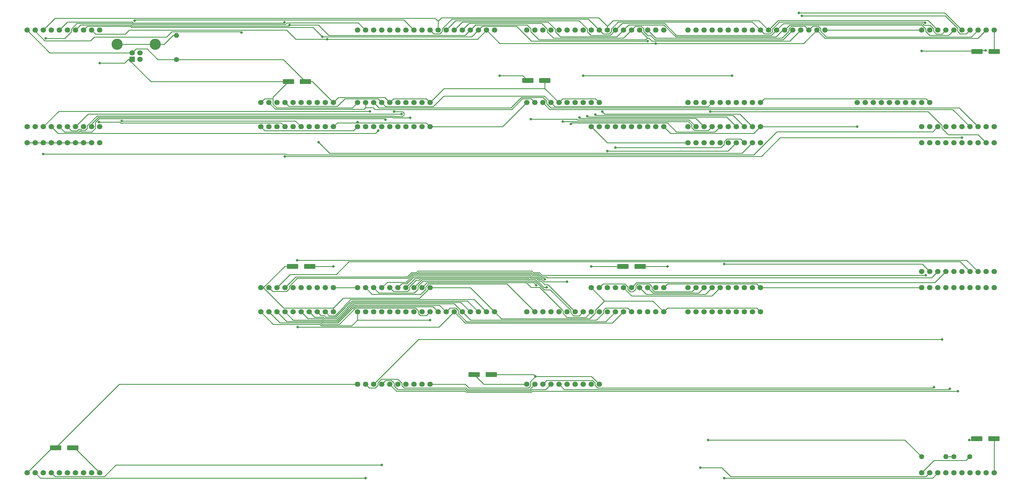
<source format=gbr>
%TF.GenerationSoftware,KiCad,Pcbnew,8.0.2*%
%TF.CreationDate,2024-12-23T20:56:35+01:00*%
%TF.ProjectId,bp-leanplate,62702d6c-6561-46e7-906c-6174652e6b69,rev?*%
%TF.SameCoordinates,Original*%
%TF.FileFunction,Copper,L1,Top*%
%TF.FilePolarity,Positive*%
%FSLAX46Y46*%
G04 Gerber Fmt 4.6, Leading zero omitted, Abs format (unit mm)*
G04 Created by KiCad (PCBNEW 8.0.2) date 2024-12-23 20:56:35*
%MOMM*%
%LPD*%
G01*
G04 APERTURE LIST*
G04 Aperture macros list*
%AMRoundRect*
0 Rectangle with rounded corners*
0 $1 Rounding radius*
0 $2 $3 $4 $5 $6 $7 $8 $9 X,Y pos of 4 corners*
0 Add a 4 corners polygon primitive as box body*
4,1,4,$2,$3,$4,$5,$6,$7,$8,$9,$2,$3,0*
0 Add four circle primitives for the rounded corners*
1,1,$1+$1,$2,$3*
1,1,$1+$1,$4,$5*
1,1,$1+$1,$6,$7*
1,1,$1+$1,$8,$9*
0 Add four rect primitives between the rounded corners*
20,1,$1+$1,$2,$3,$4,$5,0*
20,1,$1+$1,$4,$5,$6,$7,0*
20,1,$1+$1,$6,$7,$8,$9,0*
20,1,$1+$1,$8,$9,$2,$3,0*%
G04 Aperture macros list end*
%TA.AperFunction,ComponentPad*%
%ADD10C,1.700000*%
%TD*%
%TA.AperFunction,ComponentPad*%
%ADD11R,1.700000X1.700000*%
%TD*%
%TA.AperFunction,ComponentPad*%
%ADD12C,3.500000*%
%TD*%
%TA.AperFunction,SMDPad,CuDef*%
%ADD13RoundRect,0.250000X-1.500000X-0.550000X1.500000X-0.550000X1.500000X0.550000X-1.500000X0.550000X0*%
%TD*%
%TA.AperFunction,ComponentPad*%
%ADD14C,1.600000*%
%TD*%
%TA.AperFunction,ComponentPad*%
%ADD15O,1.600000X1.600000*%
%TD*%
%TA.AperFunction,ViaPad*%
%ADD16C,0.800000*%
%TD*%
%TA.AperFunction,Conductor*%
%ADD17C,0.250000*%
%TD*%
G04 APERTURE END LIST*
D10*
%TO.P,U3,*%
%TO.N,*%
X246380000Y-60960000D03*
X248920000Y-60960000D03*
X251460000Y-60960000D03*
X254000000Y-60960000D03*
%TO.P,U3,1,BUS0*%
%TO.N,BUS0*%
X274320000Y-38100000D03*
%TO.P,U3,2,BUS1*%
%TO.N,BUS1*%
X271780000Y-38100000D03*
%TO.P,U3,3,BUS2*%
%TO.N,BUS2*%
X269240000Y-38100000D03*
%TO.P,U3,4,BUS3*%
%TO.N,BUS3*%
X266700000Y-38100000D03*
%TO.P,U3,5,BUS4*%
%TO.N,BUS4*%
X264160000Y-38100000D03*
%TO.P,U3,6,BUS5*%
%TO.N,BUS5*%
X261620000Y-38100000D03*
%TO.P,U3,7,BUS6*%
%TO.N,BUS6*%
X259080000Y-38100000D03*
%TO.P,U3,8,BUS7*%
%TO.N,BUS7*%
X256540000Y-38100000D03*
%TO.P,U3,9,L0*%
%TO.N,unconnected-(U3-L0-Pad9)*%
X254000000Y-38100000D03*
%TO.P,U3,10,L1*%
%TO.N,unconnected-(U3-L1-Pad10)*%
X251460000Y-38100000D03*
%TO.P,U3,11,L2*%
%TO.N,unconnected-(U3-L2-Pad11)*%
X248920000Y-38100000D03*
%TO.P,U3,12,L3*%
%TO.N,unconnected-(U3-L3-Pad12)*%
X246380000Y-38100000D03*
%TO.P,U3,13,L4*%
%TO.N,unconnected-(U3-L4-Pad13)*%
X243840000Y-38100000D03*
%TO.P,U3,14,L5*%
%TO.N,unconnected-(U3-L5-Pad14)*%
X241300000Y-38100000D03*
%TO.P,U3,15,L6*%
%TO.N,unconnected-(U3-L6-Pad15)*%
X238760000Y-38100000D03*
%TO.P,U3,16,L7*%
%TO.N,unconnected-(U3-L7-Pad16)*%
X236220000Y-38100000D03*
%TO.P,U3,17,VCC*%
%TO.N,VCC*%
X233680000Y-60960000D03*
X276860000Y-38100000D03*
%TO.P,U3,18,CLK*%
%TO.N,CLK*%
X236220000Y-60960000D03*
%TO.P,U3,19,IN*%
%TO.N,TI*%
X238760000Y-60960000D03*
%TO.P,U3,20,~{CLR}*%
%TO.N,~{CLR}*%
X241300000Y-60960000D03*
%TO.P,U3,21,OUT*%
%TO.N,TO*%
X243840000Y-60960000D03*
%TO.P,U3,22,GND*%
%TO.N,GND*%
X233680000Y-38100000D03*
X256540000Y-60960000D03*
%TD*%
%TO.P,U8,*%
%TO.N,*%
X195580000Y-149860000D03*
X198120000Y-149860000D03*
X200660000Y-149860000D03*
X203200000Y-149860000D03*
%TO.P,U8,1,BUS0*%
%TO.N,BUS0*%
X223520000Y-127000000D03*
%TO.P,U8,2,BUS1*%
%TO.N,BUS1*%
X220980000Y-127000000D03*
%TO.P,U8,3,BUS2*%
%TO.N,BUS2*%
X218440000Y-127000000D03*
%TO.P,U8,4,BUS3*%
%TO.N,BUS3*%
X215900000Y-127000000D03*
%TO.P,U8,5,BUS4*%
%TO.N,BUS4*%
X213360000Y-127000000D03*
%TO.P,U8,6,BUS5*%
%TO.N,BUS5*%
X210820000Y-127000000D03*
%TO.P,U8,7,BUS6*%
%TO.N,BUS6*%
X208280000Y-127000000D03*
%TO.P,U8,8,BUS7*%
%TO.N,BUS7*%
X205740000Y-127000000D03*
%TO.P,U8,9,L0*%
%TO.N,B_D0*%
X203200000Y-127000000D03*
%TO.P,U8,10,L1*%
%TO.N,B_D1*%
X200660000Y-127000000D03*
%TO.P,U8,11,L2*%
%TO.N,B_D2*%
X198120000Y-127000000D03*
%TO.P,U8,12,L3*%
%TO.N,B_D3*%
X195580000Y-127000000D03*
%TO.P,U8,13,L4*%
%TO.N,B_D4*%
X193040000Y-127000000D03*
%TO.P,U8,14,L5*%
%TO.N,B_D5*%
X190500000Y-127000000D03*
%TO.P,U8,15,L6*%
%TO.N,B_D6*%
X187960000Y-127000000D03*
%TO.P,U8,16,L7*%
%TO.N,B_D7*%
X185420000Y-127000000D03*
%TO.P,U8,17,VCC*%
%TO.N,VCC*%
X182880000Y-149860000D03*
X226060000Y-127000000D03*
%TO.P,U8,18,CLK*%
%TO.N,CLK*%
X185420000Y-149860000D03*
%TO.P,U8,19,IN*%
%TO.N,BI*%
X187960000Y-149860000D03*
%TO.P,U8,20,~{CLR}*%
%TO.N,~{CLR}*%
X190500000Y-149860000D03*
%TO.P,U8,21,OUT*%
%TO.N,BO*%
X193040000Y-149860000D03*
%TO.P,U8,22,GND*%
%TO.N,GND*%
X182880000Y-127000000D03*
X205740000Y-149860000D03*
%TD*%
D11*
%TO.P,J1,1,VBUS*%
%TO.N,VCC*%
X58516000Y-47255000D03*
D10*
%TO.P,J1,2,D-*%
%TO.N,unconnected-(J1-D--Pad2)*%
X61016000Y-47255000D03*
%TO.P,J1,3,D+*%
%TO.N,unconnected-(J1-D+-Pad3)*%
X61016000Y-45255000D03*
%TO.P,J1,4,GND*%
%TO.N,GND*%
X58516000Y-45255000D03*
D12*
%TO.P,J1,5,Shield*%
%TO.N,Net-(J1-Shield)*%
X53746000Y-42545000D03*
X65786000Y-42545000D03*
%TD*%
D13*
%TO.P,C2,1*%
%TO.N,VCC*%
X107757000Y-54356000D03*
%TO.P,C2,2*%
%TO.N,GND*%
X113157000Y-54356000D03*
%TD*%
D10*
%TO.P,U11,*%
%TO.N,*%
X35560000Y-177800000D03*
X38100000Y-177800000D03*
X40640000Y-177800000D03*
X43180000Y-177800000D03*
X45720000Y-177800000D03*
%TO.P,U11,1,BUS0*%
%TO.N,BUS0*%
X119380000Y-127000000D03*
%TO.P,U11,2,BUS1*%
%TO.N,BUS1*%
X116840000Y-127000000D03*
%TO.P,U11,3,BUS2*%
%TO.N,BUS2*%
X114300000Y-127000000D03*
%TO.P,U11,4,BUS3*%
%TO.N,BUS3*%
X111760000Y-127000000D03*
%TO.P,U11,5,BUS4*%
%TO.N,BUS4*%
X109220000Y-127000000D03*
%TO.P,U11,6,BUS5*%
%TO.N,BUS5*%
X106680000Y-127000000D03*
%TO.P,U11,7,BUS6*%
%TO.N,BUS6*%
X104140000Y-127000000D03*
%TO.P,U11,8,BUS7*%
%TO.N,BUS7*%
X101600000Y-127000000D03*
%TO.P,U11,9,VCC*%
%TO.N,VCC*%
X25400000Y-177800000D03*
X121920000Y-127000000D03*
%TO.P,U11,10,CLK*%
%TO.N,CLK*%
X27940000Y-177800000D03*
%TO.P,U11,11,IN*%
%TO.N,OI*%
X30480000Y-177800000D03*
%TO.P,U11,12,~{CLR}*%
%TO.N,~{CLR}*%
X33020000Y-177800000D03*
%TO.P,U11,13,GND*%
%TO.N,GND*%
X48260000Y-177800000D03*
X99060000Y-127000000D03*
%TD*%
%TO.P,U6,*%
%TO.N,*%
X142240000Y-149860000D03*
X144780000Y-149860000D03*
X147320000Y-149860000D03*
X149860000Y-149860000D03*
%TO.P,U6,1,BUS0*%
%TO.N,BUS0*%
X170180000Y-127000000D03*
%TO.P,U6,2,BUS1*%
%TO.N,BUS1*%
X167640000Y-127000000D03*
%TO.P,U6,3,BUS2*%
%TO.N,BUS2*%
X165100000Y-127000000D03*
%TO.P,U6,4,BUS3*%
%TO.N,BUS3*%
X162560000Y-127000000D03*
%TO.P,U6,5,BUS4*%
%TO.N,BUS4*%
X160020000Y-127000000D03*
%TO.P,U6,6,BUS5*%
%TO.N,BUS5*%
X157480000Y-127000000D03*
%TO.P,U6,7,BUS6*%
%TO.N,BUS6*%
X154940000Y-127000000D03*
%TO.P,U6,8,BUS7*%
%TO.N,BUS7*%
X152400000Y-127000000D03*
%TO.P,U6,9,L0*%
%TO.N,A_D0*%
X149860000Y-127000000D03*
%TO.P,U6,10,L1*%
%TO.N,A_D1*%
X147320000Y-127000000D03*
%TO.P,U6,11,L2*%
%TO.N,A_D2*%
X144780000Y-127000000D03*
%TO.P,U6,12,L3*%
%TO.N,A_D3*%
X142240000Y-127000000D03*
%TO.P,U6,13,L4*%
%TO.N,A_D4*%
X139700000Y-127000000D03*
%TO.P,U6,14,L5*%
%TO.N,A_D5*%
X137160000Y-127000000D03*
%TO.P,U6,15,L6*%
%TO.N,A_D6*%
X134620000Y-127000000D03*
%TO.P,U6,16,L7*%
%TO.N,A_D7*%
X132080000Y-127000000D03*
%TO.P,U6,17,VCC*%
%TO.N,VCC*%
X129540000Y-149860000D03*
X172720000Y-127000000D03*
%TO.P,U6,18,CLK*%
%TO.N,CLK*%
X132080000Y-149860000D03*
%TO.P,U6,19,IN*%
%TO.N,AI*%
X134620000Y-149860000D03*
%TO.P,U6,20,~{CLR}*%
%TO.N,~{CLR}*%
X137160000Y-149860000D03*
%TO.P,U6,21,OUT*%
%TO.N,AO*%
X139700000Y-149860000D03*
%TO.P,U6,22,GND*%
%TO.N,GND*%
X129540000Y-127000000D03*
X152400000Y-149860000D03*
%TD*%
%TO.P,U5,*%
%TO.N,*%
X142240000Y-60960000D03*
X144780000Y-60960000D03*
X147320000Y-60960000D03*
X149860000Y-60960000D03*
%TO.P,U5,1,BUS0*%
%TO.N,BUS0*%
X170180000Y-38100000D03*
%TO.P,U5,2,BUS1*%
%TO.N,BUS1*%
X167640000Y-38100000D03*
%TO.P,U5,3,BUS2*%
%TO.N,BUS2*%
X165100000Y-38100000D03*
%TO.P,U5,4,BUS3*%
%TO.N,BUS3*%
X162560000Y-38100000D03*
%TO.P,U5,5,BUS4*%
%TO.N,BUS4*%
X160020000Y-38100000D03*
%TO.P,U5,6,BUS5*%
%TO.N,BUS5*%
X157480000Y-38100000D03*
%TO.P,U5,7,BUS6*%
%TO.N,BUS6*%
X154940000Y-38100000D03*
%TO.P,U5,8,BUS7*%
%TO.N,BUS7*%
X152400000Y-38100000D03*
%TO.P,U5,9,L0*%
%TO.N,MAR_A0*%
X149860000Y-38100000D03*
%TO.P,U5,10,L1*%
%TO.N,MAR_A1*%
X147320000Y-38100000D03*
%TO.P,U5,11,L2*%
%TO.N,MAR_A2*%
X144780000Y-38100000D03*
%TO.P,U5,12,L3*%
%TO.N,MAR_A3*%
X142240000Y-38100000D03*
%TO.P,U5,13,L4*%
%TO.N,MAR_A4*%
X139700000Y-38100000D03*
%TO.P,U5,14,L5*%
%TO.N,MAR_A5*%
X137160000Y-38100000D03*
%TO.P,U5,15,L6*%
%TO.N,MAR_A6*%
X134620000Y-38100000D03*
%TO.P,U5,16,L7*%
%TO.N,MAR_A7*%
X132080000Y-38100000D03*
%TO.P,U5,17,VCC*%
%TO.N,VCC*%
X129540000Y-60960000D03*
X172720000Y-38100000D03*
%TO.P,U5,18,CLK*%
%TO.N,CLK*%
X132080000Y-60960000D03*
%TO.P,U5,19,IN*%
%TO.N,MI*%
X134620000Y-60960000D03*
%TO.P,U5,20,~{CLR}*%
%TO.N,~{CLR}*%
X137160000Y-60960000D03*
%TO.P,U5,21,OUT*%
%TO.N,GND*%
X139700000Y-60960000D03*
%TO.P,U5,22,GND*%
X129540000Y-38100000D03*
X152400000Y-60960000D03*
%TD*%
%TO.P,U12,*%
%TO.N,*%
X289560000Y-60960000D03*
X292100000Y-60960000D03*
X294640000Y-60960000D03*
X297180000Y-60960000D03*
X299720000Y-60960000D03*
X302260000Y-60960000D03*
X304800000Y-60960000D03*
X307340000Y-60960000D03*
%TO.P,U12,1,BUS0*%
%TO.N,BUS0*%
X327660000Y-38100000D03*
%TO.P,U12,2,BUS1*%
%TO.N,BUS1*%
X325120000Y-38100000D03*
%TO.P,U12,3,BUS2*%
%TO.N,BUS2*%
X322580000Y-38100000D03*
%TO.P,U12,4,BUS3*%
%TO.N,BUS3*%
X320040000Y-38100000D03*
%TO.P,U12,5,BUS4*%
%TO.N,BUS4*%
X317500000Y-38100000D03*
%TO.P,U12,6,BUS5*%
%TO.N,BUS5*%
X314960000Y-38100000D03*
%TO.P,U12,7,BUS6*%
%TO.N,BUS6*%
X312420000Y-38100000D03*
%TO.P,U12,8,BUS7*%
%TO.N,BUS7*%
X309880000Y-38100000D03*
%TO.P,U12,9,VCC*%
%TO.N,VCC*%
X287020000Y-60960000D03*
X307340000Y-38100000D03*
%TO.P,U12,10,GND*%
%TO.N,GND*%
X309880000Y-60960000D03*
X330200000Y-38100000D03*
%TD*%
%TO.P,U2,*%
%TO.N,*%
X195580000Y-60960000D03*
X198120000Y-60960000D03*
X200660000Y-60960000D03*
X203200000Y-60960000D03*
%TO.P,U2,1,BUS0*%
%TO.N,BUS0*%
X223520000Y-38100000D03*
%TO.P,U2,2,BUS1*%
%TO.N,BUS1*%
X220980000Y-38100000D03*
%TO.P,U2,3,BUS2*%
%TO.N,BUS2*%
X218440000Y-38100000D03*
%TO.P,U2,4,BUS3*%
%TO.N,BUS3*%
X215900000Y-38100000D03*
%TO.P,U2,5,BUS4*%
%TO.N,BUS4*%
X213360000Y-38100000D03*
%TO.P,U2,6,BUS5*%
%TO.N,BUS5*%
X210820000Y-38100000D03*
%TO.P,U2,7,BUS6*%
%TO.N,BUS6*%
X208280000Y-38100000D03*
%TO.P,U2,8,BUS7*%
%TO.N,BUS7*%
X205740000Y-38100000D03*
%TO.P,U2,9,L0*%
%TO.N,IR_D0*%
X203200000Y-38100000D03*
%TO.P,U2,10,L1*%
%TO.N,IR_D1*%
X200660000Y-38100000D03*
%TO.P,U2,11,L2*%
%TO.N,IR_D2*%
X198120000Y-38100000D03*
%TO.P,U2,12,L3*%
%TO.N,IR_D3*%
X195580000Y-38100000D03*
%TO.P,U2,13,L4*%
%TO.N,IR_D4*%
X193040000Y-38100000D03*
%TO.P,U2,14,L5*%
%TO.N,IR_D5*%
X190500000Y-38100000D03*
%TO.P,U2,15,L6*%
%TO.N,IR_D6*%
X187960000Y-38100000D03*
%TO.P,U2,16,L7*%
%TO.N,IR_D7*%
X185420000Y-38100000D03*
%TO.P,U2,17,VCC*%
%TO.N,VCC*%
X182880000Y-60960000D03*
X226060000Y-38100000D03*
%TO.P,U2,18,CLK*%
%TO.N,CLK*%
X185420000Y-60960000D03*
%TO.P,U2,19,IN*%
%TO.N,II*%
X187960000Y-60960000D03*
%TO.P,U2,20,~{CLR}*%
%TO.N,~{CLR}*%
X190500000Y-60960000D03*
%TO.P,U2,21,OUT*%
%TO.N,GND*%
X193040000Y-60960000D03*
%TO.P,U2,22,GND*%
X182880000Y-38100000D03*
X205740000Y-60960000D03*
%TD*%
%TO.P,U4,*%
%TO.N,*%
X114300000Y-60960000D03*
X116840000Y-60960000D03*
X119380000Y-60960000D03*
%TO.P,U4,1,BUS0*%
%TO.N,BUS0*%
X45720000Y-38100000D03*
%TO.P,U4,2,BUS1*%
%TO.N,BUS1*%
X43180000Y-38100000D03*
%TO.P,U4,3,BUS2*%
%TO.N,BUS2*%
X40640000Y-38100000D03*
%TO.P,U4,4,BUS3*%
%TO.N,BUS3*%
X38100000Y-38100000D03*
%TO.P,U4,5,BUS4*%
%TO.N,BUS4*%
X35560000Y-38100000D03*
%TO.P,U4,6,BUS5*%
%TO.N,BUS5*%
X33020000Y-38100000D03*
%TO.P,U4,7,BUS6*%
%TO.N,BUS6*%
X30480000Y-38100000D03*
%TO.P,U4,8,BUS7*%
%TO.N,BUS7*%
X27940000Y-38100000D03*
%TO.P,U4,9,VCC*%
%TO.N,VCC*%
X48260000Y-38100000D03*
X99060000Y-60960000D03*
%TO.P,U4,10,CLK*%
%TO.N,CLK*%
X101600000Y-60960000D03*
%TO.P,U4,11,J*%
%TO.N,J*%
X104140000Y-60960000D03*
%TO.P,U4,12,~{CLR}*%
%TO.N,~{CLR}*%
X106680000Y-60960000D03*
%TO.P,U4,13,CO*%
%TO.N,CO*%
X109220000Y-60960000D03*
%TO.P,U4,14,CE*%
%TO.N,CE*%
X111760000Y-60960000D03*
%TO.P,U4,15,GND*%
%TO.N,GND*%
X25400000Y-38100000D03*
X121920000Y-60960000D03*
%TD*%
%TO.P,U9,*%
%TO.N,*%
X236220000Y-127000000D03*
X238760000Y-127000000D03*
X241300000Y-127000000D03*
X243840000Y-127000000D03*
X246380000Y-127000000D03*
X248920000Y-127000000D03*
X251460000Y-127000000D03*
X254000000Y-127000000D03*
X317500000Y-177800000D03*
X320040000Y-177800000D03*
X322580000Y-177800000D03*
X325120000Y-177800000D03*
X327660000Y-177800000D03*
%TO.P,U9,1,VCC*%
%TO.N,VCC*%
X256540000Y-127000000D03*
X307340000Y-177800000D03*
%TO.P,U9,2,CLK*%
%TO.N,CLK*%
X309880000Y-177800000D03*
%TO.P,U9,3,~{CLR}*%
%TO.N,~{CLR}*%
X312420000Y-177800000D03*
%TO.P,U9,4,HLT*%
%TO.N,HLTIN*%
X314960000Y-177800000D03*
%TO.P,U9,5,GND*%
%TO.N,GND*%
X233680000Y-127000000D03*
X330200000Y-177800000D03*
%TD*%
D14*
%TO.P,R1,1*%
%TO.N,HLT*%
X307340000Y-172720000D03*
D15*
%TO.P,R1,2*%
%TO.N,HLTIN*%
X314960000Y-172720000D03*
%TD*%
D10*
%TO.P,U1,*%
%TO.N,*%
X109220000Y-119380000D03*
X111760000Y-119380000D03*
X114300000Y-119380000D03*
X116840000Y-119380000D03*
X119380000Y-119380000D03*
%TO.P,U1,1,BUS0*%
%TO.N,BUS0*%
X119380000Y-68580000D03*
%TO.P,U1,2,BUS1*%
%TO.N,BUS1*%
X116840000Y-68580000D03*
%TO.P,U1,3,BUS2*%
%TO.N,BUS2*%
X114300000Y-68580000D03*
%TO.P,U1,4,BUS3*%
%TO.N,BUS3*%
X111760000Y-68580000D03*
%TO.P,U1,5,BUS4*%
%TO.N,BUS4*%
X109220000Y-68580000D03*
%TO.P,U1,6,BUS5*%
%TO.N,BUS5*%
X106680000Y-68580000D03*
%TO.P,U1,7,BUS6*%
%TO.N,BUS6*%
X104140000Y-68580000D03*
%TO.P,U1,8,BUS7*%
%TO.N,BUS7*%
X101600000Y-68580000D03*
%TO.P,U1,9,L0*%
%TO.N,MAR_A0*%
X45720000Y-68580000D03*
%TO.P,U1,10,L1*%
%TO.N,MAR_A1*%
X43180000Y-68580000D03*
%TO.P,U1,11,L2*%
%TO.N,MAR_A2*%
X40640000Y-68580000D03*
%TO.P,U1,12,L3*%
%TO.N,MAR_A3*%
X38100000Y-68580000D03*
%TO.P,U1,13,L4*%
%TO.N,MAR_A4*%
X35560000Y-68580000D03*
%TO.P,U1,14,L5*%
%TO.N,MAR_A5*%
X33020000Y-68580000D03*
%TO.P,U1,15,L6*%
%TO.N,MAR_A6*%
X30480000Y-68580000D03*
%TO.P,U1,16,L7*%
%TO.N,MAR_A7*%
X27940000Y-68580000D03*
%TO.P,U1,17,L8*%
%TO.N,GND*%
X45720000Y-73660000D03*
%TO.P,U1,18,L9*%
X43180000Y-73660000D03*
%TO.P,U1,19,L10*%
X40640000Y-73660000D03*
%TO.P,U1,20,L11*%
X38100000Y-73660000D03*
%TO.P,U1,21,L12*%
X35560000Y-73660000D03*
%TO.P,U1,22,L13*%
X33020000Y-73660000D03*
%TO.P,U1,23,L14*%
X30480000Y-73660000D03*
%TO.P,U1,24,L15*%
X27940000Y-73660000D03*
%TO.P,U1,25,VCC*%
%TO.N,VCC*%
X48260000Y-68580000D03*
X48260000Y-73660000D03*
X99060000Y-119380000D03*
X121920000Y-68580000D03*
%TO.P,U1,26,RO*%
%TO.N,RO*%
X101600000Y-119380000D03*
%TO.P,U1,27,RRO*%
%TO.N,RRO*%
X104140000Y-119380000D03*
%TO.P,U1,28,RI*%
%TO.N,RI*%
X106680000Y-119380000D03*
%TO.P,U1,29,GND*%
%TO.N,GND*%
X25400000Y-68580000D03*
X25400000Y-73660000D03*
X99060000Y-68580000D03*
X121920000Y-119380000D03*
%TD*%
D13*
%TO.P,C4,1*%
%TO.N,VCC*%
X183195000Y-53975000D03*
%TO.P,C4,2*%
%TO.N,GND*%
X188595000Y-53975000D03*
%TD*%
%TO.P,C8,1*%
%TO.N,VCC*%
X324833000Y-44831000D03*
%TO.P,C8,2*%
%TO.N,GND*%
X330233000Y-44831000D03*
%TD*%
D14*
%TO.P,R2,1*%
%TO.N,GND*%
X72517000Y-47371000D03*
D15*
%TO.P,R2,2*%
%TO.N,Net-(J1-Shield)*%
X72517000Y-39751000D03*
%TD*%
D13*
%TO.P,C3,1*%
%TO.N,VCC*%
X213200000Y-112649000D03*
%TO.P,C3,2*%
%TO.N,GND*%
X218600000Y-112649000D03*
%TD*%
%TO.P,C5,1*%
%TO.N,VCC*%
X324706000Y-167005000D03*
%TO.P,C5,2*%
%TO.N,GND*%
X330106000Y-167005000D03*
%TD*%
%TO.P,C7,1*%
%TO.N,VCC*%
X34384000Y-169926000D03*
%TO.P,C7,2*%
%TO.N,GND*%
X39784000Y-169926000D03*
%TD*%
%TO.P,C6,1*%
%TO.N,VCC*%
X166304000Y-146812000D03*
%TO.P,C6,2*%
%TO.N,GND*%
X171704000Y-146812000D03*
%TD*%
D10*
%TO.P,U7,*%
%TO.N,*%
X223520000Y-119380000D03*
%TO.P,U7,1,BUS0*%
%TO.N,BUS0*%
X223520000Y-68580000D03*
%TO.P,U7,2,BUS1*%
%TO.N,BUS1*%
X220980000Y-68580000D03*
%TO.P,U7,3,BUS2*%
%TO.N,BUS2*%
X218440000Y-68580000D03*
%TO.P,U7,4,BUS3*%
%TO.N,BUS3*%
X215900000Y-68580000D03*
%TO.P,U7,5,BUS4*%
%TO.N,BUS4*%
X213360000Y-68580000D03*
%TO.P,U7,6,BUS5*%
%TO.N,BUS5*%
X210820000Y-68580000D03*
%TO.P,U7,7,BUS6*%
%TO.N,BUS6*%
X208280000Y-68580000D03*
%TO.P,U7,8,BUS7*%
%TO.N,BUS7*%
X205740000Y-68580000D03*
%TO.P,U7,9,A0*%
%TO.N,A_D0*%
X149860000Y-68580000D03*
%TO.P,U7,10,A1*%
%TO.N,A_D1*%
X147320000Y-68580000D03*
%TO.P,U7,11,A2*%
%TO.N,A_D2*%
X144780000Y-68580000D03*
%TO.P,U7,12,A3*%
%TO.N,A_D3*%
X142240000Y-68580000D03*
%TO.P,U7,13,A4*%
%TO.N,A_D4*%
X139700000Y-68580000D03*
%TO.P,U7,14,A5*%
%TO.N,A_D5*%
X137160000Y-68580000D03*
%TO.P,U7,15,A6*%
%TO.N,A_D6*%
X134620000Y-68580000D03*
%TO.P,U7,16,A7*%
%TO.N,A_D7*%
X132080000Y-68580000D03*
%TO.P,U7,17,B0*%
%TO.N,B_D0*%
X149860000Y-119380000D03*
%TO.P,U7,18,B1*%
%TO.N,B_D1*%
X147320000Y-119380000D03*
%TO.P,U7,19,B2*%
%TO.N,B_D2*%
X144780000Y-119380000D03*
%TO.P,U7,20,B3*%
%TO.N,B_D3*%
X142240000Y-119380000D03*
%TO.P,U7,21,B4*%
%TO.N,B_D4*%
X139700000Y-119380000D03*
%TO.P,U7,22,B5*%
%TO.N,B_D5*%
X137160000Y-119380000D03*
%TO.P,U7,23,B6*%
%TO.N,B_D6*%
X134620000Y-119380000D03*
%TO.P,U7,24,B7*%
%TO.N,B_D7*%
X132080000Y-119380000D03*
%TO.P,U7,25,VCC*%
%TO.N,VCC*%
X152400000Y-68580000D03*
X152400000Y-119380000D03*
X203200000Y-119380000D03*
X226060000Y-68580000D03*
%TO.P,U7,26,CLK*%
%TO.N,CLK*%
X205740000Y-119380000D03*
%TO.P,U7,27,SU*%
%TO.N,PCL2*%
X208280000Y-119380000D03*
%TO.P,U7,28,FI*%
%TO.N,FI*%
X210820000Y-119380000D03*
%TO.P,U7,29,CLR*%
%TO.N,~{CLR}*%
X213360000Y-119380000D03*
%TO.P,U7,30,EO*%
%TO.N,EO*%
X215900000Y-119380000D03*
%TO.P,U7,31,CF*%
%TO.N,CF*%
X218440000Y-119380000D03*
%TO.P,U7,32,ZF*%
%TO.N,ZF*%
X220980000Y-119380000D03*
%TO.P,U7,33,GND*%
%TO.N,GND*%
X129540000Y-68580000D03*
X129540000Y-119380000D03*
X203200000Y-68580000D03*
X226060000Y-119380000D03*
%TD*%
D13*
%TO.P,C9,1*%
%TO.N,VCC*%
X109060000Y-112649000D03*
%TO.P,C9,2*%
%TO.N,GND*%
X114460000Y-112649000D03*
%TD*%
D14*
%TO.P,C1,1*%
%TO.N,HLTIN*%
X317540000Y-172720000D03*
%TO.P,C1,2*%
%TO.N,VCC*%
X322540000Y-172720000D03*
%TD*%
D10*
%TO.P,U10,*%
%TO.N,*%
X246380000Y-119380000D03*
X248920000Y-119380000D03*
X251460000Y-119380000D03*
X254000000Y-119380000D03*
%TO.P,U10,1,I0*%
%TO.N,IR_D0*%
X254000000Y-68580000D03*
%TO.P,U10,2,I1*%
%TO.N,IR_D1*%
X251460000Y-68580000D03*
%TO.P,U10,3,I2*%
%TO.N,IR_D2*%
X248920000Y-68580000D03*
%TO.P,U10,4,I3*%
%TO.N,IR_D3*%
X246380000Y-68580000D03*
%TO.P,U10,5,I4*%
%TO.N,IR_D4*%
X243840000Y-68580000D03*
%TO.P,U10,6,I5*%
%TO.N,IR_D5*%
X241300000Y-68580000D03*
%TO.P,U10,7,I6*%
%TO.N,IR_D6*%
X238760000Y-68580000D03*
%TO.P,U10,8,I7*%
%TO.N,IR_D7*%
X236220000Y-68580000D03*
%TO.P,U10,9,OCRA0*%
%TO.N,unconnected-(U10-OCRA0-Pad9)*%
X327660000Y-68580000D03*
%TO.P,U10,10,OCRA1*%
%TO.N,MI*%
X325120000Y-68580000D03*
%TO.P,U10,11,OCRA2*%
%TO.N,II*%
X322580000Y-68580000D03*
%TO.P,U10,12,OCRA3*%
%TO.N,J*%
X320040000Y-68580000D03*
%TO.P,U10,13,OCRA4*%
%TO.N,AI*%
X317500000Y-68580000D03*
%TO.P,U10,14,OCRA5*%
%TO.N,BI*%
X314960000Y-68580000D03*
%TO.P,U10,15,OCRA6*%
%TO.N,OI*%
X312420000Y-68580000D03*
%TO.P,U10,16,OCRA7*%
%TO.N,RI*%
X309880000Y-68580000D03*
%TO.P,U10,17,OCRA8*%
%TO.N,TI*%
X327660000Y-73660000D03*
%TO.P,U10,18,OCRA9*%
%TO.N,OCA9*%
X325120000Y-73660000D03*
%TO.P,U10,19,OCRA10*%
%TO.N,OCA10*%
X322580000Y-73660000D03*
%TO.P,U10,20,OCRA11*%
%TO.N,OCA11*%
X320040000Y-73660000D03*
%TO.P,U10,21,OCRA12*%
%TO.N,OCA12*%
X317500000Y-73660000D03*
%TO.P,U10,22,OCRA13*%
%TO.N,OCA13*%
X314960000Y-73660000D03*
%TO.P,U10,23,OCRA14*%
%TO.N,OCA14*%
X312420000Y-73660000D03*
%TO.P,U10,24,OCRA15*%
%TO.N,OCA15*%
X309880000Y-73660000D03*
%TO.P,U10,25,OCRB0*%
%TO.N,unconnected-(U10-OCRB0-Pad25)*%
X327660000Y-114300000D03*
%TO.P,U10,26,OCRB1*%
%TO.N,CO*%
X325120000Y-114300000D03*
%TO.P,U10,27,OCRB2*%
%TO.N,RRO*%
X322580000Y-114300000D03*
%TO.P,U10,28,OCRB3*%
%TO.N,AO*%
X320040000Y-114300000D03*
%TO.P,U10,29,OCRB4*%
%TO.N,BO*%
X317500000Y-114300000D03*
%TO.P,U10,30,OCRB5*%
%TO.N,EO*%
X314960000Y-114300000D03*
%TO.P,U10,31,OCRB6*%
%TO.N,RO*%
X312420000Y-114300000D03*
%TO.P,U10,32,OCRB7*%
%TO.N,TO*%
X309880000Y-114300000D03*
%TO.P,U10,33,OCRB8*%
%TO.N,OCB8*%
X327660000Y-119380000D03*
%TO.P,U10,34,OCRB9*%
%TO.N,OCB9*%
X325120000Y-119380000D03*
%TO.P,U10,35,OCRB10*%
%TO.N,OCB10*%
X322580000Y-119380000D03*
%TO.P,U10,36,OCRB11*%
%TO.N,OCB11*%
X320040000Y-119380000D03*
%TO.P,U10,37,OCRB12*%
%TO.N,OCB12*%
X317500000Y-119380000D03*
%TO.P,U10,38,OCRB13*%
%TO.N,OCB13*%
X314960000Y-119380000D03*
%TO.P,U10,39,OCRB14*%
%TO.N,OCB14*%
X312420000Y-119380000D03*
%TO.P,U10,40,OCRB15*%
%TO.N,OCB15*%
X309880000Y-119380000D03*
%TO.P,U10,41,PCL0*%
%TO.N,CE*%
X254000000Y-73660000D03*
%TO.P,U10,42,PCL1*%
%TO.N,FI*%
X251460000Y-73660000D03*
%TO.P,U10,43,PCL2*%
%TO.N,PCL2*%
X248920000Y-73660000D03*
%TO.P,U10,44,PCL3*%
%TO.N,PCL3*%
X246380000Y-73660000D03*
%TO.P,U10,45,PCL4*%
%TO.N,PCL4*%
X243840000Y-73660000D03*
%TO.P,U10,46,PCL5*%
%TO.N,PCL5*%
X241300000Y-73660000D03*
%TO.P,U10,47,PCL6*%
%TO.N,HLT*%
X238760000Y-73660000D03*
%TO.P,U10,48,PCL7*%
%TO.N,unconnected-(U10-PCL7-Pad48)*%
X236220000Y-73660000D03*
%TO.P,U10,49,VCC*%
%TO.N,VCC*%
X233680000Y-119380000D03*
X256540000Y-68580000D03*
X256540000Y-73660000D03*
X330200000Y-68580000D03*
X330200000Y-73660000D03*
X330200000Y-114300000D03*
X330200000Y-119380000D03*
%TO.P,U10,50,CLK*%
%TO.N,CLK*%
X236220000Y-119380000D03*
%TO.P,U10,51,ZF*%
%TO.N,ZF*%
X238760000Y-119380000D03*
%TO.P,U10,52,CF*%
%TO.N,CF*%
X241300000Y-119380000D03*
%TO.P,U10,53,~{CLR}*%
%TO.N,~{CLR}*%
X243840000Y-119380000D03*
%TO.P,U10,54,GND*%
%TO.N,GND*%
X233680000Y-68580000D03*
X233680000Y-73660000D03*
X256540000Y-119380000D03*
X307340000Y-68580000D03*
X307340000Y-73660000D03*
X307340000Y-114300000D03*
X307340000Y-119380000D03*
%TD*%
D16*
%TO.N,FI*%
X210820000Y-75175700D03*
%TO.N,OI*%
X30480000Y-77175100D03*
%TO.N,TO*%
X245110000Y-111914500D03*
%TO.N,TI*%
X240719800Y-63839500D03*
%TO.N,HLT*%
X240030000Y-167424500D03*
%TO.N,PCL2*%
X208280000Y-76229500D03*
%TO.N,IR_D7*%
X184150000Y-66161000D03*
%TO.N,IR_D6*%
X199475900Y-65676900D03*
%TO.N,IR_D5*%
X194216700Y-66941200D03*
%TO.N,IR_D4*%
X196756700Y-67675300D03*
%TO.N,IR_D3*%
X247570500Y-52439500D03*
X200713900Y-52439500D03*
%TO.N,IR_D2*%
X201951900Y-65208100D03*
%TO.N,IR_D1*%
X204520800Y-64772300D03*
%TO.N,IR_D0*%
X206675300Y-63843700D03*
%TO.N,RI*%
X308646600Y-115490600D03*
%TO.N,BO*%
X316230000Y-151248700D03*
%TO.N,BI*%
X311209900Y-150759000D03*
%TO.N,B_D6*%
X185858500Y-118545700D03*
%TO.N,B_D5*%
X188567100Y-116700900D03*
%TO.N,B_D4*%
X189138200Y-119262600D03*
%TO.N,B_D3*%
X195580000Y-117466500D03*
%TO.N,AO*%
X318770000Y-151993000D03*
%TO.N,AI*%
X313777800Y-135704500D03*
%TO.N,MAR_A7*%
X31274900Y-40680300D03*
%TO.N,MAR_A6*%
X133417600Y-63687400D03*
%TO.N,MAR_A5*%
X136100600Y-69793700D03*
%TO.N,MAR_A4*%
X138401300Y-66307800D03*
%TO.N,MAR_A3*%
X141055400Y-63816900D03*
%TO.N,MAR_A2*%
X143475600Y-64543600D03*
%TO.N,MAR_A1*%
X59253700Y-35069900D03*
%TO.N,MAR_A0*%
X146122500Y-65741400D03*
%TO.N,GND*%
X121920000Y-112649000D03*
X227236700Y-112649000D03*
X185637300Y-147404500D03*
X152400000Y-129577100D03*
%TO.N,CE*%
X117269300Y-73484700D03*
%TO.N,CO*%
X110490000Y-110706300D03*
%TO.N,~{CLR}*%
X245109900Y-179435600D03*
X137160000Y-175354500D03*
%TO.N,J*%
X320040000Y-72027500D03*
X106615700Y-77916900D03*
%TO.N,CLK*%
X132080000Y-179432000D03*
X237583300Y-176164400D03*
%TO.N,VCC*%
X322342400Y-167424500D03*
X129540000Y-67102800D03*
X48260000Y-48474500D03*
X327533100Y-44509500D03*
X203200000Y-112649000D03*
X307340000Y-44670200D03*
X174359500Y-52439500D03*
X287020000Y-68580000D03*
%TO.N,BUS7*%
X92961900Y-38807300D03*
X308491000Y-35773400D03*
%TO.N,BUS5*%
X48031400Y-67124600D03*
%TO.N,BUS4*%
X110650600Y-131835600D03*
X106517400Y-35593600D03*
%TO.N,BUS3*%
X55224900Y-66751100D03*
X268634500Y-32670500D03*
%TO.N,BUS2*%
X108142400Y-36477600D03*
X269571200Y-33587400D03*
%TO.N,BUS1*%
X118458500Y-40192100D03*
X220980000Y-41553600D03*
%TO.N,BUS0*%
X119973200Y-40918800D03*
X223520000Y-42273000D03*
%TD*%
D17*
%TO.N,FI*%
X244077800Y-75175700D02*
X210820000Y-75175700D01*
X245110000Y-74143500D02*
X244077800Y-75175700D01*
X245110000Y-73254200D02*
X245110000Y-74143500D01*
X245894800Y-72469400D02*
X245110000Y-73254200D01*
X250269400Y-72469400D02*
X245894800Y-72469400D01*
X251460000Y-73660000D02*
X250269400Y-72469400D01*
%TO.N,HLTIN*%
X317540000Y-172720000D02*
X314960000Y-172720000D01*
%TO.N,OI*%
X106901600Y-77175100D02*
X30480000Y-77175100D01*
X107191700Y-77465200D02*
X106901600Y-77175100D01*
X254399000Y-77465200D02*
X107191700Y-77465200D01*
X261739100Y-70125100D02*
X254399000Y-77465200D01*
X310874900Y-70125100D02*
X261739100Y-70125100D01*
X312420000Y-68580000D02*
X310874900Y-70125100D01*
%TO.N,TO*%
X307494500Y-111914500D02*
X309880000Y-114300000D01*
X245110000Y-111914500D02*
X307494500Y-111914500D01*
%TO.N,TI*%
X309403000Y-63839500D02*
X240719800Y-63839500D01*
X313690000Y-68126500D02*
X309403000Y-63839500D01*
X313690000Y-69042600D02*
X313690000Y-68126500D01*
X315767400Y-71120000D02*
X313690000Y-69042600D01*
X325120000Y-71120000D02*
X315767400Y-71120000D01*
X327660000Y-73660000D02*
X325120000Y-71120000D01*
%TO.N,HLT*%
X302044500Y-167424500D02*
X240030000Y-167424500D01*
X307340000Y-172720000D02*
X302044500Y-167424500D01*
%TO.N,ZF*%
X237087200Y-121052800D02*
X238760000Y-119380000D01*
X222652800Y-121052800D02*
X237087200Y-121052800D01*
X220980000Y-119380000D02*
X222652800Y-121052800D01*
%TO.N,CF*%
X239175500Y-121504500D02*
X241300000Y-119380000D01*
X220564500Y-121504500D02*
X239175500Y-121504500D01*
X218440000Y-119380000D02*
X220564500Y-121504500D01*
%TO.N,EO*%
X311509600Y-117750400D02*
X314960000Y-114300000D01*
X217529600Y-117750400D02*
X311509600Y-117750400D01*
X215900000Y-119380000D02*
X217529600Y-117750400D01*
%TO.N,Net-(J1-Shield)*%
X65786000Y-42545000D02*
X53746000Y-42545000D01*
X68596300Y-42545000D02*
X71390300Y-39751000D01*
X65786000Y-42545000D02*
X68596300Y-42545000D01*
X72517000Y-39751000D02*
X71390300Y-39751000D01*
%TO.N,PCL2*%
X246350500Y-76229500D02*
X248920000Y-73660000D01*
X208280000Y-76229500D02*
X246350500Y-76229500D01*
%TO.N,IR_D7*%
X234050900Y-66410900D02*
X236220000Y-68580000D01*
X198781200Y-66410900D02*
X234050900Y-66410900D01*
X198531300Y-66161000D02*
X198781200Y-66410900D01*
X184150000Y-66161000D02*
X198531300Y-66161000D01*
%TO.N,IR_D6*%
X236139200Y-65959200D02*
X238760000Y-68580000D01*
X199758200Y-65959200D02*
X236139200Y-65959200D01*
X199475900Y-65676900D02*
X199758200Y-65959200D01*
%TO.N,IR_D5*%
X233814600Y-66941200D02*
X194216700Y-66941200D01*
X234856700Y-67983300D02*
X233814600Y-66941200D01*
X234856700Y-68892500D02*
X234856700Y-67983300D01*
X235734800Y-69770600D02*
X234856700Y-68892500D01*
X240109400Y-69770600D02*
X235734800Y-69770600D01*
X241300000Y-68580000D02*
X240109400Y-69770600D01*
%TO.N,IR_D4*%
X197039100Y-67392900D02*
X196756700Y-67675300D01*
X227239500Y-67392900D02*
X197039100Y-67392900D01*
X230068900Y-70222300D02*
X227239500Y-67392900D01*
X242197700Y-70222300D02*
X230068900Y-70222300D01*
X243840000Y-68580000D02*
X242197700Y-70222300D01*
%TO.N,IR_D3*%
X200713900Y-52439500D02*
X247570500Y-52439500D01*
%TO.N,IR_D2*%
X202251300Y-65507500D02*
X201951900Y-65208100D01*
X245847500Y-65507500D02*
X202251300Y-65507500D01*
X248920000Y-68580000D02*
X245847500Y-65507500D01*
%TO.N,IR_D1*%
X204774900Y-65026400D02*
X204520800Y-64772300D01*
X247906400Y-65026400D02*
X204774900Y-65026400D01*
X251460000Y-68580000D02*
X247906400Y-65026400D01*
%TO.N,IR_D0*%
X207406300Y-64574700D02*
X206675300Y-63843700D01*
X249994700Y-64574700D02*
X207406300Y-64574700D01*
X254000000Y-68580000D02*
X249994700Y-64574700D01*
%TO.N,RI*%
X110117700Y-115942300D02*
X106680000Y-119380000D01*
X145231800Y-115942300D02*
X110117700Y-115942300D01*
X146586900Y-114587200D02*
X145231800Y-115942300D01*
X148088000Y-114587200D02*
X146586900Y-114587200D01*
X148539700Y-114135500D02*
X148088000Y-114587200D01*
X184469100Y-114135500D02*
X148539700Y-114135500D01*
X184920800Y-114587200D02*
X184469100Y-114135500D01*
X186822500Y-114587200D02*
X184920800Y-114587200D01*
X187725900Y-115490600D02*
X186822500Y-114587200D01*
X308646600Y-115490600D02*
X187725900Y-115490600D01*
%TO.N,RRO*%
X319438000Y-111158000D02*
X322580000Y-114300000D01*
X126886200Y-111158000D02*
X319438000Y-111158000D01*
X122865300Y-115178900D02*
X126886200Y-111158000D01*
X108341100Y-115178900D02*
X122865300Y-115178900D01*
X104140000Y-119380000D02*
X108341100Y-115178900D01*
%TO.N,RO*%
X102777300Y-120557300D02*
X101600000Y-119380000D01*
X107195600Y-120557300D02*
X102777300Y-120557300D01*
X108043300Y-119709600D02*
X107195600Y-120557300D01*
X108043300Y-118891000D02*
X108043300Y-119709600D01*
X110540300Y-116394000D02*
X108043300Y-118891000D01*
X145463800Y-116394000D02*
X110540300Y-116394000D01*
X146818900Y-115038900D02*
X145463800Y-116394000D01*
X148275100Y-115038900D02*
X146818900Y-115038900D01*
X148726800Y-114587200D02*
X148275100Y-115038900D01*
X184282000Y-114587200D02*
X148726800Y-114587200D01*
X184733700Y-115038900D02*
X184282000Y-114587200D01*
X186530800Y-115038900D02*
X184733700Y-115038900D01*
X187052300Y-115560400D02*
X186530800Y-115038900D01*
X187156900Y-115560400D02*
X187052300Y-115560400D01*
X187538800Y-115942300D02*
X187156900Y-115560400D01*
X189062200Y-115942300D02*
X187538800Y-115942300D01*
X189349300Y-116229400D02*
X189062200Y-115942300D01*
X310490600Y-116229400D02*
X189349300Y-116229400D01*
X312420000Y-114300000D02*
X310490600Y-116229400D01*
%TO.N,BO*%
X315975900Y-151502800D02*
X316230000Y-151248700D01*
X194682800Y-151502800D02*
X315975900Y-151502800D01*
X193040000Y-149860000D02*
X194682800Y-151502800D01*
%TO.N,BI*%
X310917800Y-151051100D02*
X311209900Y-150759000D01*
X205254900Y-151051100D02*
X310917800Y-151051100D01*
X204376700Y-150172900D02*
X205254900Y-151051100D01*
X204376700Y-149368900D02*
X204376700Y-150172900D01*
X203668800Y-148661000D02*
X204376700Y-149368900D01*
X189159000Y-148661000D02*
X203668800Y-148661000D01*
X187960000Y-149860000D02*
X189159000Y-148661000D01*
%TO.N,B_D7*%
X176620800Y-118200800D02*
X185420000Y-127000000D01*
X151912600Y-118200800D02*
X176620800Y-118200800D01*
X151036700Y-119076700D02*
X151912600Y-118200800D01*
X151036700Y-119872300D02*
X151036700Y-119076700D01*
X149448900Y-121460100D02*
X151036700Y-119872300D01*
X134160100Y-121460100D02*
X149448900Y-121460100D01*
X132080000Y-119380000D02*
X134160100Y-121460100D01*
%TO.N,B_D6*%
X185061900Y-117749100D02*
X185858500Y-118545700D01*
X183384400Y-117749100D02*
X185061900Y-117749100D01*
X182932700Y-117297400D02*
X183384400Y-117749100D01*
X150160000Y-117297400D02*
X182932700Y-117297400D01*
X148590100Y-118867300D02*
X150160000Y-117297400D01*
X148590100Y-119817600D02*
X148590100Y-118867300D01*
X147399300Y-121008400D02*
X148590100Y-119817600D01*
X136248400Y-121008400D02*
X147399300Y-121008400D01*
X134620000Y-119380000D02*
X136248400Y-121008400D01*
%TO.N,B_D5*%
X138919300Y-117620700D02*
X137160000Y-119380000D01*
X144875900Y-117620700D02*
X138919300Y-117620700D01*
X147006000Y-115490600D02*
X144875900Y-117620700D01*
X148462200Y-115490600D02*
X147006000Y-115490600D01*
X148913900Y-115038900D02*
X148462200Y-115490600D01*
X184094900Y-115038900D02*
X148913900Y-115038900D01*
X184546600Y-115490600D02*
X184094900Y-115038900D01*
X186343700Y-115490600D02*
X184546600Y-115490600D01*
X186865200Y-116012100D02*
X186343700Y-115490600D01*
X186969800Y-116012100D02*
X186865200Y-116012100D01*
X187351700Y-116394000D02*
X186969800Y-116012100D01*
X188260200Y-116394000D02*
X187351700Y-116394000D01*
X188567100Y-116700900D02*
X188260200Y-116394000D01*
%TO.N,B_D4*%
X188303900Y-119262600D02*
X189138200Y-119262600D01*
X186408500Y-117367200D02*
X188303900Y-119262600D01*
X186077300Y-117367200D02*
X186408500Y-117367200D01*
X185555800Y-116845700D02*
X186077300Y-117367200D01*
X183758700Y-116845700D02*
X185555800Y-116845700D01*
X183307000Y-116394000D02*
X183758700Y-116845700D01*
X149572300Y-116394000D02*
X183307000Y-116394000D01*
X148974200Y-116992100D02*
X149572300Y-116394000D01*
X147979000Y-116992100D02*
X148974200Y-116992100D01*
X145956700Y-119014400D02*
X147979000Y-116992100D01*
X145956700Y-119867500D02*
X145956700Y-119014400D01*
X145267500Y-120556700D02*
X145956700Y-119867500D01*
X140876700Y-120556700D02*
X145267500Y-120556700D01*
X139700000Y-119380000D02*
X140876700Y-120556700D01*
%TO.N,B_D3*%
X143547600Y-118072400D02*
X142240000Y-119380000D01*
X145063000Y-118072400D02*
X143547600Y-118072400D01*
X147193100Y-115942300D02*
X145063000Y-118072400D01*
X148649300Y-115942300D02*
X147193100Y-115942300D01*
X149101000Y-115490600D02*
X148649300Y-115942300D01*
X183907800Y-115490600D02*
X149101000Y-115490600D01*
X184359500Y-115942300D02*
X183907800Y-115490600D01*
X186156600Y-115942300D02*
X184359500Y-115942300D01*
X186678100Y-116463800D02*
X186156600Y-115942300D01*
X186782700Y-116463800D02*
X186678100Y-116463800D01*
X187164600Y-116845700D02*
X186782700Y-116463800D01*
X187684200Y-116845700D02*
X187164600Y-116845700D01*
X188305000Y-117466500D02*
X187684200Y-116845700D01*
X195580000Y-117466500D02*
X188305000Y-117466500D01*
%TO.N,B_D2*%
X147766000Y-116394000D02*
X144780000Y-119380000D01*
X148836400Y-116394000D02*
X147766000Y-116394000D01*
X149288100Y-115942300D02*
X148836400Y-116394000D01*
X183720600Y-115942300D02*
X149288100Y-115942300D01*
X184172300Y-116394000D02*
X183720600Y-115942300D01*
X185911900Y-116394000D02*
X184172300Y-116394000D01*
X186433400Y-116915500D02*
X185911900Y-116394000D01*
X186595600Y-116915500D02*
X186433400Y-116915500D01*
X186977500Y-117297400D02*
X186595600Y-116915500D01*
X187497000Y-117297400D02*
X186977500Y-117297400D01*
X188630100Y-118430500D02*
X187497000Y-117297400D01*
X189550500Y-118430500D02*
X188630100Y-118430500D01*
X198120000Y-127000000D02*
X189550500Y-118430500D01*
%TO.N,B_D1*%
X199455900Y-128204100D02*
X200660000Y-127000000D01*
X197657800Y-128204100D02*
X199455900Y-128204100D01*
X196756700Y-127303000D02*
X197657800Y-128204100D01*
X196756700Y-126485300D02*
X196756700Y-127303000D01*
X190300400Y-120029000D02*
X196756700Y-126485300D01*
X188431500Y-120029000D02*
X190300400Y-120029000D01*
X186221400Y-117818900D02*
X188431500Y-120029000D01*
X185890100Y-117818900D02*
X186221400Y-117818900D01*
X185368600Y-117297400D02*
X185890100Y-117818900D01*
X183571500Y-117297400D02*
X185368600Y-117297400D01*
X183119800Y-116845700D02*
X183571500Y-117297400D01*
X149854300Y-116845700D02*
X183119800Y-116845700D01*
X147320000Y-119380000D02*
X149854300Y-116845700D01*
%TO.N,B_D0*%
X201484100Y-128715900D02*
X203200000Y-127000000D01*
X195543000Y-128715900D02*
X201484100Y-128715900D01*
X194310000Y-127482900D02*
X195543000Y-128715900D01*
X194310000Y-126592900D02*
X194310000Y-127482900D01*
X186989500Y-119272400D02*
X194310000Y-126592900D01*
X184268900Y-119272400D02*
X186989500Y-119272400D01*
X182745600Y-117749100D02*
X184268900Y-119272400D01*
X151490900Y-117749100D02*
X182745600Y-117749100D01*
X149860000Y-119380000D02*
X151490900Y-117749100D01*
%TO.N,AO*%
X184674600Y-151993000D02*
X318770000Y-151993000D01*
X184274000Y-152393600D02*
X184674600Y-151993000D01*
X163891600Y-152393600D02*
X184274000Y-152393600D01*
X163491000Y-151993000D02*
X163891600Y-152393600D01*
X141833000Y-151993000D02*
X163491000Y-151993000D01*
X139700000Y-149860000D02*
X141833000Y-151993000D01*
%TO.N,AI*%
X148775500Y-135704500D02*
X313777800Y-135704500D01*
X134620000Y-149860000D02*
X148775500Y-135704500D01*
%TO.N,MI*%
X136298500Y-62638500D02*
X134620000Y-60960000D01*
X177901400Y-62638500D02*
X136298500Y-62638500D01*
X181214000Y-59325900D02*
X177901400Y-62638500D01*
X187990100Y-59325900D02*
X181214000Y-59325900D01*
X189136700Y-60472500D02*
X187990100Y-59325900D01*
X189136700Y-61276100D02*
X189136700Y-60472500D01*
X190521600Y-62661000D02*
X189136700Y-61276100D01*
X319201000Y-62661000D02*
X190521600Y-62661000D01*
X325120000Y-68580000D02*
X319201000Y-62661000D01*
%TO.N,II*%
X317112700Y-63112700D02*
X322580000Y-68580000D01*
X190112700Y-63112700D02*
X317112700Y-63112700D01*
X187960000Y-60960000D02*
X190112700Y-63112700D01*
%TO.N,MAR_A7*%
X129730900Y-35750900D02*
X132080000Y-38100000D01*
X107387700Y-35750900D02*
X129730900Y-35750900D01*
X107387700Y-35751000D02*
X107387700Y-35750900D01*
X106815200Y-36323500D02*
X107387700Y-35751000D01*
X58690500Y-36323500D02*
X106815200Y-36323500D01*
X58327200Y-35960200D02*
X58690500Y-36323500D01*
X41115700Y-35960200D02*
X58327200Y-35960200D01*
X39370000Y-37705900D02*
X41115700Y-35960200D01*
X39370000Y-38588600D02*
X39370000Y-37705900D01*
X37278300Y-40680300D02*
X39370000Y-38588600D01*
X31274900Y-40680300D02*
X37278300Y-40680300D01*
%TO.N,MAR_A6*%
X35372600Y-63687400D02*
X133417600Y-63687400D01*
X30480000Y-68580000D02*
X35372600Y-63687400D01*
%TO.N,MAR_A5*%
X135234200Y-70660100D02*
X136100600Y-69793700D01*
X42318400Y-70660100D02*
X135234200Y-70660100D01*
X42207800Y-70549500D02*
X42318400Y-70660100D01*
X42104400Y-70549500D02*
X42207800Y-70549500D01*
X41964400Y-70689500D02*
X42104400Y-70549500D01*
X35129500Y-70689500D02*
X41964400Y-70689500D01*
X33020000Y-68580000D02*
X35129500Y-70689500D01*
%TO.N,MAR_A4*%
X138117800Y-66024300D02*
X138401300Y-66307800D01*
X48101700Y-66024300D02*
X138117800Y-66024300D01*
X46943900Y-67182100D02*
X48101700Y-66024300D01*
X46943900Y-69088700D02*
X46943900Y-67182100D01*
X45824200Y-70208400D02*
X46943900Y-69088700D01*
X42505500Y-70208400D02*
X45824200Y-70208400D01*
X42207800Y-69910700D02*
X42505500Y-70208400D01*
X42104400Y-69910700D02*
X42207800Y-69910700D01*
X41777300Y-70237800D02*
X42104400Y-69910700D01*
X37217800Y-70237800D02*
X41777300Y-70237800D01*
X35560000Y-68580000D02*
X37217800Y-70237800D01*
%TO.N,MAR_A3*%
X143819400Y-63816900D02*
X141055400Y-63816900D01*
X144235200Y-64232700D02*
X143819400Y-63816900D01*
X144235200Y-64843000D02*
X144235200Y-64232700D01*
X143788500Y-65289700D02*
X144235200Y-64843000D01*
X141138600Y-65289700D02*
X143788500Y-65289700D01*
X140969800Y-65120900D02*
X141138600Y-65289700D01*
X47474000Y-65120900D02*
X140969800Y-65120900D01*
X44356700Y-68238200D02*
X47474000Y-65120900D01*
X44356700Y-69067500D02*
X44356700Y-68238200D01*
X43667500Y-69756700D02*
X44356700Y-69067500D01*
X42692600Y-69756700D02*
X43667500Y-69756700D01*
X42342900Y-69407000D02*
X42692600Y-69756700D01*
X41643900Y-69407000D02*
X42342900Y-69407000D01*
X41264800Y-69786100D02*
X41643900Y-69407000D01*
X39306100Y-69786100D02*
X41264800Y-69786100D01*
X38100000Y-68580000D02*
X39306100Y-69786100D01*
%TO.N,MAR_A2*%
X44676400Y-64543600D02*
X143475600Y-64543600D01*
X40640000Y-68580000D02*
X44676400Y-64543600D01*
%TO.N,MAR_A1*%
X144081300Y-34861300D02*
X147320000Y-38100000D01*
X59462300Y-34861300D02*
X144081300Y-34861300D01*
X59253700Y-35069900D02*
X59462300Y-34861300D01*
%TO.N,MAR_A0*%
X140726600Y-65741400D02*
X146122500Y-65741400D01*
X140557800Y-65572600D02*
X140726600Y-65741400D01*
X47836600Y-65572600D02*
X140557800Y-65572600D01*
X45720000Y-67689200D02*
X47836600Y-65572600D01*
X45720000Y-68580000D02*
X45720000Y-67689200D01*
%TO.N,GND*%
X255362700Y-118202700D02*
X256540000Y-119380000D01*
X227237300Y-118202700D02*
X255362700Y-118202700D01*
X226060000Y-119380000D02*
X227237300Y-118202700D01*
X59748000Y-44023000D02*
X58516000Y-45255000D01*
X63235700Y-44023000D02*
X59748000Y-44023000D01*
X66583700Y-47371000D02*
X63235700Y-44023000D01*
X72517000Y-47371000D02*
X66583700Y-47371000D01*
X121920000Y-119380000D02*
X129540000Y-119380000D01*
X128318000Y-69802000D02*
X129540000Y-68580000D01*
X100282000Y-69802000D02*
X128318000Y-69802000D01*
X99060000Y-68580000D02*
X100282000Y-69802000D01*
X25400000Y-73660000D02*
X27940000Y-73660000D01*
X27940000Y-73660000D02*
X30480000Y-73660000D01*
X30480000Y-73660000D02*
X33020000Y-73660000D01*
X33020000Y-73660000D02*
X35560000Y-73660000D01*
X35560000Y-73660000D02*
X38100000Y-73660000D01*
X38100000Y-73660000D02*
X40640000Y-73660000D01*
X40640000Y-73660000D02*
X43180000Y-73660000D01*
X43180000Y-73660000D02*
X45720000Y-73660000D01*
X330200000Y-167099000D02*
X330106000Y-167005000D01*
X330200000Y-177800000D02*
X330200000Y-167099000D01*
X32555000Y-45255000D02*
X58516000Y-45255000D01*
X25400000Y-38100000D02*
X32555000Y-45255000D01*
X330200000Y-44798000D02*
X330233000Y-44831000D01*
X330200000Y-38100000D02*
X330200000Y-44798000D01*
X257716700Y-59783300D02*
X256540000Y-60960000D01*
X308703300Y-59783300D02*
X257716700Y-59783300D01*
X309880000Y-60960000D02*
X308703300Y-59783300D01*
X40386000Y-169926000D02*
X39784000Y-169926000D01*
X48260000Y-177800000D02*
X40386000Y-169926000D01*
X114460000Y-112649000D02*
X121920000Y-112649000D01*
X218600000Y-112649000D02*
X227236700Y-112649000D01*
X115316000Y-54356000D02*
X121920000Y-60960000D01*
X113157000Y-54356000D02*
X115316000Y-54356000D01*
X106172000Y-47371000D02*
X113157000Y-54356000D01*
X72517000Y-47371000D02*
X106172000Y-47371000D01*
X194216700Y-59783300D02*
X193040000Y-60960000D01*
X204563300Y-59783300D02*
X194216700Y-59783300D01*
X205740000Y-60960000D02*
X204563300Y-59783300D01*
X208280000Y-73660000D02*
X233680000Y-73660000D01*
X203200000Y-68580000D02*
X208280000Y-73660000D01*
X123554700Y-59325300D02*
X121920000Y-60960000D01*
X138065300Y-59325300D02*
X123554700Y-59325300D01*
X139700000Y-60960000D02*
X138065300Y-59325300D01*
X140876700Y-59783300D02*
X139700000Y-60960000D01*
X151223300Y-59783300D02*
X140876700Y-59783300D01*
X152400000Y-60960000D02*
X151223300Y-59783300D01*
X188595000Y-53975000D02*
X188595000Y-56515000D01*
X188595000Y-56515000D02*
X193040000Y-60960000D01*
X156845000Y-56515000D02*
X188595000Y-56515000D01*
X152400000Y-60960000D02*
X156845000Y-56515000D01*
X185044800Y-146812000D02*
X171704000Y-146812000D01*
X185637300Y-147404500D02*
X185044800Y-146812000D01*
X307340000Y-119380000D02*
X256540000Y-119380000D01*
X129540000Y-129577100D02*
X129540000Y-127000000D01*
X129540000Y-129577100D02*
X152400000Y-129577100D01*
X127733200Y-131383900D02*
X129540000Y-129577100D01*
X118162700Y-131383900D02*
X127733200Y-131383900D01*
X117711000Y-130932200D02*
X118162700Y-131383900D01*
X102992200Y-130932200D02*
X117711000Y-130932200D01*
X99060000Y-127000000D02*
X102992200Y-130932200D01*
X203284500Y-147404500D02*
X185637300Y-147404500D01*
X205740000Y-149860000D02*
X203284500Y-147404500D01*
X163499600Y-149860000D02*
X152400000Y-149860000D01*
X164678100Y-151038500D02*
X163499600Y-149860000D01*
X183365700Y-151038500D02*
X164678100Y-151038500D01*
X184056700Y-150347500D02*
X183365700Y-151038500D01*
X184056700Y-148985100D02*
X184056700Y-150347500D01*
X185637300Y-147404500D02*
X184056700Y-148985100D01*
%TO.N,CE*%
X120743300Y-76958700D02*
X117269300Y-73484700D01*
X250701300Y-76958700D02*
X120743300Y-76958700D01*
X254000000Y-73660000D02*
X250701300Y-76958700D01*
%TO.N,CO*%
X321526300Y-110706300D02*
X110490000Y-110706300D01*
X325120000Y-114300000D02*
X321526300Y-110706300D01*
%TO.N,~{CLR}*%
X241263800Y-121956200D02*
X243840000Y-119380000D01*
X215936200Y-121956200D02*
X241263800Y-121956200D01*
X213360000Y-119380000D02*
X215936200Y-121956200D01*
X107863600Y-62143600D02*
X106680000Y-60960000D01*
X123223200Y-62143600D02*
X107863600Y-62143600D01*
X125589800Y-59777000D02*
X123223200Y-62143600D01*
X135977000Y-59777000D02*
X125589800Y-59777000D01*
X137160000Y-60960000D02*
X135977000Y-59777000D01*
X191708400Y-62168400D02*
X190500000Y-60960000D01*
X240091600Y-62168400D02*
X191708400Y-62168400D01*
X241300000Y-60960000D02*
X240091600Y-62168400D01*
X53389200Y-175354500D02*
X137160000Y-175354500D01*
X49763400Y-178980300D02*
X53389200Y-175354500D01*
X34200300Y-178980300D02*
X49763400Y-178980300D01*
X33020000Y-177800000D02*
X34200300Y-178980300D01*
X310784400Y-179435600D02*
X245109900Y-179435600D01*
X312420000Y-177800000D02*
X310784400Y-179435600D01*
X138377700Y-62177700D02*
X137160000Y-60960000D01*
X153454800Y-62177700D02*
X138377700Y-62177700D01*
X156758300Y-58874200D02*
X153454800Y-62177700D01*
X188414200Y-58874200D02*
X156758300Y-58874200D01*
X190500000Y-60960000D02*
X188414200Y-58874200D01*
X188818700Y-151541300D02*
X190500000Y-149860000D01*
X184487500Y-151541300D02*
X188818700Y-151541300D01*
X184086900Y-151941900D02*
X184487500Y-151541300D01*
X164078700Y-151941900D02*
X184086900Y-151941900D01*
X163678100Y-151541300D02*
X164078700Y-151941900D01*
X142257200Y-151541300D02*
X163678100Y-151541300D01*
X141063300Y-150347400D02*
X142257200Y-151541300D01*
X141063300Y-149526800D02*
X141063300Y-150347400D01*
X140198600Y-148662100D02*
X141063300Y-149526800D01*
X138357900Y-148662100D02*
X140198600Y-148662100D01*
X137160000Y-149860000D02*
X138357900Y-148662100D01*
%TO.N,J*%
X262749000Y-72027500D02*
X320040000Y-72027500D01*
X256859600Y-77916900D02*
X262749000Y-72027500D01*
X106615700Y-77916900D02*
X256859600Y-77916900D01*
%TO.N,CLK*%
X234998900Y-120601100D02*
X236220000Y-119380000D01*
X223077000Y-120601100D02*
X234998900Y-120601100D01*
X222343300Y-119867400D02*
X223077000Y-120601100D01*
X222343300Y-119001600D02*
X222343300Y-119867400D01*
X221544600Y-118202900D02*
X222343300Y-119001600D01*
X217834500Y-118202900D02*
X221544600Y-118202900D01*
X217263300Y-118774100D02*
X217834500Y-118202900D01*
X217263300Y-119765300D02*
X217263300Y-118774100D01*
X216408100Y-120620500D02*
X217263300Y-119765300D01*
X215472500Y-120620500D02*
X216408100Y-120620500D01*
X214723300Y-119871300D02*
X215472500Y-120620500D01*
X214723300Y-119069200D02*
X214723300Y-119871300D01*
X213808000Y-118153900D02*
X214723300Y-119069200D01*
X206966100Y-118153900D02*
X213808000Y-118153900D01*
X205740000Y-119380000D02*
X206966100Y-118153900D01*
X29572000Y-179432000D02*
X132080000Y-179432000D01*
X27940000Y-177800000D02*
X29572000Y-179432000D01*
X244360300Y-176164400D02*
X237583300Y-176164400D01*
X247179800Y-178983900D02*
X244360300Y-176164400D01*
X308696100Y-178983900D02*
X247179800Y-178983900D01*
X309880000Y-177800000D02*
X308696100Y-178983900D01*
X132080000Y-60960000D02*
X132080000Y-62561400D01*
X131594400Y-63047000D02*
X132080000Y-62561400D01*
X103687000Y-63047000D02*
X131594400Y-63047000D01*
X101600000Y-60960000D02*
X103687000Y-63047000D01*
X184241500Y-151038500D02*
X185420000Y-149860000D01*
X184164400Y-151038500D02*
X184241500Y-151038500D01*
X184164400Y-151225600D02*
X184164400Y-151038500D01*
X183899800Y-151490200D02*
X184164400Y-151225600D01*
X164265800Y-151490200D02*
X183899800Y-151490200D01*
X163815600Y-151040000D02*
X164265800Y-151490200D01*
X152941200Y-151040000D02*
X163815600Y-151040000D01*
X152939700Y-151038500D02*
X152941200Y-151040000D01*
X144276400Y-151038500D02*
X152939700Y-151038500D01*
X143510100Y-150272200D02*
X144276400Y-151038500D01*
X143510100Y-149454600D02*
X143510100Y-150272200D01*
X142265900Y-148210400D02*
X143510100Y-149454600D01*
X137121000Y-148210400D02*
X142265900Y-148210400D01*
X135983300Y-149348100D02*
X137121000Y-148210400D01*
X135983300Y-150175600D02*
X135983300Y-149348100D01*
X135122200Y-151036700D02*
X135983300Y-150175600D01*
X133256700Y-151036700D02*
X135122200Y-151036700D01*
X132080000Y-149860000D02*
X133256700Y-151036700D01*
X134503400Y-62561400D02*
X132080000Y-62561400D01*
X135032200Y-63090200D02*
X134503400Y-62561400D01*
X178133700Y-63090200D02*
X135032200Y-63090200D01*
X181446300Y-59777600D02*
X178133700Y-63090200D01*
X184237600Y-59777600D02*
X181446300Y-59777600D01*
X185420000Y-60960000D02*
X184237600Y-59777600D01*
%TO.N,VCC*%
X324286500Y-167424500D02*
X324706000Y-167005000D01*
X322342400Y-167424500D02*
X324286500Y-167424500D01*
X123165800Y-67334200D02*
X129540000Y-67334200D01*
X121920000Y-68580000D02*
X123165800Y-67334200D01*
X321358800Y-173901200D02*
X322540000Y-172720000D01*
X311238800Y-173901200D02*
X321358800Y-173901200D01*
X307340000Y-177800000D02*
X311238800Y-173901200D01*
X227236700Y-125823300D02*
X226060000Y-127000000D01*
X255363300Y-125823300D02*
X227236700Y-125823300D01*
X256540000Y-127000000D02*
X255363300Y-125823300D01*
X58516000Y-47255000D02*
X57339300Y-47255000D01*
X307340000Y-38100000D02*
X276860000Y-38100000D01*
X33274000Y-169926000D02*
X34384000Y-169926000D01*
X25400000Y-177800000D02*
X33274000Y-169926000D01*
X106608200Y-112649000D02*
X109060000Y-112649000D01*
X99868300Y-119388900D02*
X106608200Y-112649000D01*
X99859400Y-119380000D02*
X99868300Y-119388900D01*
X99060000Y-119380000D02*
X99859400Y-119380000D01*
X54450000Y-149860000D02*
X129540000Y-149860000D01*
X34384000Y-169926000D02*
X54450000Y-149860000D01*
X213200000Y-112649000D02*
X203200000Y-112649000D01*
X324833000Y-44670200D02*
X324833000Y-44831000D01*
X324993700Y-44509500D02*
X324833000Y-44670200D01*
X327533100Y-44509500D02*
X324993700Y-44509500D01*
X324833000Y-44670200D02*
X307340000Y-44670200D01*
X100293200Y-59726800D02*
X102870000Y-59726800D01*
X99060000Y-60960000D02*
X100293200Y-59726800D01*
X102870000Y-59243000D02*
X102870000Y-59726800D01*
X107757000Y-54356000D02*
X102870000Y-59243000D01*
X56119800Y-48474500D02*
X57339300Y-47255000D01*
X48260000Y-48474500D02*
X56119800Y-48474500D01*
X64440300Y-54356000D02*
X107757000Y-54356000D01*
X57339300Y-47255000D02*
X64440300Y-54356000D01*
X102870000Y-61354100D02*
X102870000Y-59726800D01*
X104111200Y-62595300D02*
X102870000Y-61354100D01*
X127904700Y-62595300D02*
X104111200Y-62595300D01*
X129540000Y-60960000D02*
X127904700Y-62595300D01*
X181659500Y-52439500D02*
X174359500Y-52439500D01*
X183195000Y-53975000D02*
X181659500Y-52439500D01*
X121920000Y-125778400D02*
X121920000Y-127000000D01*
X106257800Y-125778400D02*
X121920000Y-125778400D01*
X99868300Y-119388900D02*
X106257800Y-125778400D01*
X203200000Y-119380000D02*
X207395100Y-123575100D01*
X222635100Y-123575100D02*
X226060000Y-127000000D01*
X207395100Y-123575100D02*
X222635100Y-123575100D01*
X169352000Y-149860000D02*
X166304000Y-146812000D01*
X182880000Y-149860000D02*
X169352000Y-149860000D01*
X204470000Y-126500200D02*
X207395100Y-123575100D01*
X204470000Y-127394200D02*
X204470000Y-126500200D01*
X202696600Y-129167600D02*
X204470000Y-127394200D01*
X174887600Y-129167600D02*
X202696600Y-129167600D01*
X172720000Y-127000000D02*
X174887600Y-129167600D01*
X256540000Y-68580000D02*
X287020000Y-68580000D01*
X175260000Y-68580000D02*
X182880000Y-60960000D01*
X152400000Y-68580000D02*
X175260000Y-68580000D01*
X254446000Y-70674000D02*
X256540000Y-68580000D01*
X228154000Y-70674000D02*
X254446000Y-70674000D01*
X226060000Y-68580000D02*
X228154000Y-70674000D01*
X129540000Y-67334200D02*
X129540000Y-67102800D01*
X125045100Y-122653300D02*
X121920000Y-125778400D01*
X149126700Y-122653300D02*
X125045100Y-122653300D01*
X152400000Y-119380000D02*
X149126700Y-122653300D01*
X165100000Y-119380000D02*
X172720000Y-127000000D01*
X152400000Y-119380000D02*
X165100000Y-119380000D01*
X151154200Y-67334200D02*
X152400000Y-68580000D01*
X129540000Y-67334200D02*
X151154200Y-67334200D01*
%TO.N,BUS7*%
X151223300Y-128176700D02*
X152400000Y-127000000D01*
X149372600Y-128176700D02*
X151223300Y-128176700D01*
X148683300Y-127487400D02*
X149372600Y-128176700D01*
X148683300Y-126643200D02*
X148683300Y-127487400D01*
X147862000Y-125821900D02*
X148683300Y-126643200D01*
X128890000Y-125821900D02*
X147862000Y-125821900D01*
X123779700Y-130932200D02*
X128890000Y-125821900D01*
X118349800Y-130932200D02*
X123779700Y-130932200D01*
X117898100Y-130480500D02*
X118349800Y-130932200D01*
X105080500Y-130480500D02*
X117898100Y-130480500D01*
X101600000Y-127000000D02*
X105080500Y-130480500D01*
X308264400Y-35546800D02*
X308491000Y-35773400D01*
X262503900Y-35546800D02*
X308264400Y-35546800D01*
X260256700Y-37794000D02*
X262503900Y-35546800D01*
X260256700Y-38587500D02*
X260256700Y-37794000D01*
X259556500Y-39287700D02*
X260256700Y-38587500D01*
X257727700Y-39287700D02*
X259556500Y-39287700D01*
X256540000Y-38100000D02*
X257727700Y-39287700D01*
X153588700Y-39288700D02*
X152400000Y-38100000D01*
X155441000Y-39288700D02*
X153588700Y-39288700D01*
X156210100Y-38519600D02*
X155441000Y-39288700D01*
X156210100Y-37703800D02*
X156210100Y-38519600D01*
X159285200Y-34628700D02*
X156210100Y-37703800D01*
X202268700Y-34628700D02*
X159285200Y-34628700D01*
X205740000Y-38100000D02*
X202268700Y-34628700D01*
X206931600Y-39291600D02*
X205740000Y-38100000D01*
X208767700Y-39291600D02*
X206931600Y-39291600D01*
X209550000Y-38509300D02*
X208767700Y-39291600D01*
X209550000Y-37696900D02*
X209550000Y-38509300D01*
X211714800Y-35532100D02*
X209550000Y-37696900D01*
X253972100Y-35532100D02*
X211714800Y-35532100D01*
X256540000Y-38100000D02*
X253972100Y-35532100D01*
X92742700Y-38588100D02*
X92961900Y-38807300D01*
X71061000Y-38588100D02*
X92742700Y-38588100D01*
X69379500Y-40269600D02*
X71061000Y-38588100D01*
X46548700Y-40269600D02*
X69379500Y-40269600D01*
X45393100Y-41425200D02*
X46548700Y-40269600D01*
X30956200Y-41425200D02*
X45393100Y-41425200D01*
X27940000Y-38409000D02*
X30956200Y-41425200D01*
X27940000Y-38100000D02*
X27940000Y-38409000D01*
%TO.N,BUS6*%
X208280000Y-38100000D02*
X208280000Y-36887200D01*
X154940000Y-35266200D02*
X154940000Y-38100000D01*
X153310200Y-125370200D02*
X154940000Y-127000000D01*
X128702900Y-125370200D02*
X153310200Y-125370200D01*
X128257900Y-125815200D02*
X128702900Y-125370200D01*
X128055000Y-125815200D02*
X128257900Y-125815200D01*
X123389700Y-130480500D02*
X128055000Y-125815200D01*
X118536900Y-130480500D02*
X123389700Y-130480500D01*
X118085200Y-130028800D02*
X118536900Y-130480500D01*
X107168800Y-130028800D02*
X118085200Y-130028800D01*
X104140000Y-127000000D02*
X107168800Y-130028800D01*
X309366700Y-35046700D02*
X312420000Y-38100000D01*
X262133300Y-35046700D02*
X309366700Y-35046700D01*
X259080000Y-38100000D02*
X262133300Y-35046700D01*
X156029200Y-34177000D02*
X154940000Y-35266200D01*
X205569800Y-34177000D02*
X156029200Y-34177000D01*
X208280000Y-36887200D02*
X205569800Y-34177000D01*
X210086800Y-35080400D02*
X208280000Y-36887200D01*
X256060400Y-35080400D02*
X210086800Y-35080400D01*
X259080000Y-38100000D02*
X256060400Y-35080400D01*
X34249900Y-34330100D02*
X30480000Y-38100000D01*
X154003900Y-34330100D02*
X34249900Y-34330100D01*
X154940000Y-35266200D02*
X154003900Y-34330100D01*
%TO.N,BUS5*%
X207749000Y-130071000D02*
X210820000Y-127000000D01*
X163848400Y-130071000D02*
X207749000Y-130071000D01*
X161290000Y-127512600D02*
X163848400Y-130071000D01*
X161290000Y-126562700D02*
X161290000Y-127512600D01*
X160518500Y-125791200D02*
X161290000Y-126562700D01*
X158688800Y-125791200D02*
X160518500Y-125791200D01*
X157480000Y-127000000D02*
X158688800Y-125791200D01*
X155398500Y-124918500D02*
X157480000Y-127000000D01*
X128515800Y-124918500D02*
X155398500Y-124918500D01*
X128070800Y-125363500D02*
X128515800Y-124918500D01*
X127784100Y-125363500D02*
X128070800Y-125363500D01*
X127114300Y-126033300D02*
X127784100Y-125363500D01*
X127114300Y-126117100D02*
X127114300Y-126033300D01*
X123202600Y-130028800D02*
X127114300Y-126117100D01*
X118724000Y-130028800D02*
X123202600Y-130028800D01*
X118272300Y-129577100D02*
X118724000Y-130028800D01*
X109257100Y-129577100D02*
X118272300Y-129577100D01*
X106680000Y-127000000D02*
X109257100Y-129577100D01*
X313760800Y-39299200D02*
X314960000Y-38100000D01*
X311922800Y-39299200D02*
X313760800Y-39299200D01*
X311056700Y-38433100D02*
X311922800Y-39299200D01*
X311056700Y-37612500D02*
X311056700Y-38433100D01*
X309945900Y-36501700D02*
X311056700Y-37612500D01*
X308190100Y-36501700D02*
X309945900Y-36501700D01*
X307688400Y-36000000D02*
X308190100Y-36501700D01*
X263720000Y-36000000D02*
X307688400Y-36000000D01*
X261620000Y-38100000D02*
X263720000Y-36000000D01*
X160499600Y-35080400D02*
X157480000Y-38100000D01*
X199332900Y-35080400D02*
X160499600Y-35080400D01*
X201930000Y-37677500D02*
X199332900Y-35080400D01*
X201930000Y-38535300D02*
X201930000Y-37677500D01*
X203141500Y-39746800D02*
X201930000Y-38535300D01*
X209173200Y-39746800D02*
X203141500Y-39746800D01*
X210820000Y-38100000D02*
X209173200Y-39746800D01*
X212936200Y-35983800D02*
X210820000Y-38100000D01*
X226310500Y-35983800D02*
X212936200Y-35983800D01*
X230066100Y-39739400D02*
X226310500Y-35983800D01*
X259980600Y-39739400D02*
X230066100Y-39739400D01*
X261620000Y-38100000D02*
X259980600Y-39739400D01*
X105440300Y-67340300D02*
X106680000Y-68580000D01*
X55665000Y-67340300D02*
X105440300Y-67340300D01*
X55525900Y-67479400D02*
X55665000Y-67340300D01*
X54924000Y-67479400D02*
X55525900Y-67479400D01*
X54569200Y-67124600D02*
X54924000Y-67479400D01*
X48031400Y-67124600D02*
X54569200Y-67124600D01*
%TO.N,BUS4*%
X209837300Y-130522700D02*
X213360000Y-127000000D01*
X163542700Y-130522700D02*
X209837300Y-130522700D01*
X160020000Y-127000000D02*
X163542700Y-130522700D01*
X155184400Y-131835600D02*
X160020000Y-127000000D01*
X110650600Y-131835600D02*
X155184400Y-131835600D01*
X315830400Y-39769600D02*
X317500000Y-38100000D01*
X309881700Y-39769600D02*
X315830400Y-39769600D01*
X308610100Y-38498000D02*
X309881700Y-39769600D01*
X308610100Y-37700900D02*
X308610100Y-38498000D01*
X307360900Y-36451700D02*
X308610100Y-37700900D01*
X265808300Y-36451700D02*
X307360900Y-36451700D01*
X264160000Y-38100000D02*
X265808300Y-36451700D01*
X162587900Y-35532100D02*
X160020000Y-38100000D01*
X189624600Y-35532100D02*
X162587900Y-35532100D01*
X191863300Y-37770800D02*
X189624600Y-35532100D01*
X191863300Y-38589000D02*
X191863300Y-37770800D01*
X193472800Y-40198500D02*
X191863300Y-38589000D01*
X211261500Y-40198500D02*
X193472800Y-40198500D01*
X213360000Y-38100000D02*
X211261500Y-40198500D01*
X215024500Y-36435500D02*
X213360000Y-38100000D01*
X226091600Y-36435500D02*
X215024500Y-36435500D01*
X229847200Y-40191100D02*
X226091600Y-36435500D01*
X261460700Y-40191100D02*
X229847200Y-40191100D01*
X263551800Y-38100000D02*
X261460700Y-40191100D01*
X264160000Y-38100000D02*
X263551800Y-38100000D01*
X106239200Y-35871800D02*
X106517400Y-35593600D01*
X58877600Y-35871800D02*
X106239200Y-35871800D01*
X58514300Y-35508500D02*
X58877600Y-35871800D01*
X38151500Y-35508500D02*
X58514300Y-35508500D01*
X35560000Y-38100000D02*
X38151500Y-35508500D01*
%TO.N,BUS3*%
X165179300Y-129619300D02*
X162560000Y-127000000D01*
X204835200Y-129619300D02*
X165179300Y-129619300D01*
X207010000Y-127444500D02*
X204835200Y-129619300D01*
X207010000Y-126533400D02*
X207010000Y-127444500D01*
X207730700Y-125812700D02*
X207010000Y-126533400D01*
X214712700Y-125812700D02*
X207730700Y-125812700D01*
X215900000Y-127000000D02*
X214712700Y-125812700D01*
X160020200Y-124460200D02*
X162560000Y-127000000D01*
X128335300Y-124460200D02*
X160020200Y-124460200D01*
X127883700Y-124911800D02*
X128335300Y-124460200D01*
X127513200Y-124911800D02*
X127883700Y-124911800D01*
X126662600Y-125762400D02*
X127513200Y-124911800D01*
X126662600Y-125930000D02*
X126662600Y-125762400D01*
X123015500Y-129577100D02*
X126662600Y-125930000D01*
X118911100Y-129577100D02*
X123015500Y-129577100D01*
X118459400Y-129125400D02*
X118911100Y-129577100D01*
X113885400Y-129125400D02*
X118459400Y-129125400D01*
X111760000Y-127000000D02*
X113885400Y-129125400D01*
X314610500Y-32670500D02*
X268634500Y-32670500D01*
X320040000Y-38100000D02*
X314610500Y-32670500D01*
X164676200Y-35983800D02*
X162560000Y-38100000D01*
X187536300Y-35983800D02*
X164676200Y-35983800D01*
X189323300Y-37770800D02*
X187536300Y-35983800D01*
X189323300Y-38636900D02*
X189323300Y-37770800D01*
X191336600Y-40650200D02*
X189323300Y-38636900D01*
X213349800Y-40650200D02*
X191336600Y-40650200D01*
X215900000Y-38100000D02*
X213349800Y-40650200D01*
X217112800Y-36887200D02*
X215900000Y-38100000D01*
X218955300Y-36887200D02*
X217112800Y-36887200D01*
X219710100Y-37642000D02*
X218955300Y-36887200D01*
X219710100Y-38516100D02*
X219710100Y-37642000D01*
X221066700Y-39872700D02*
X219710100Y-38516100D01*
X222075800Y-39872700D02*
X221066700Y-39872700D01*
X223297600Y-41094500D02*
X222075800Y-39872700D01*
X263705500Y-41094500D02*
X223297600Y-41094500D01*
X266700000Y-38100000D02*
X263705500Y-41094500D01*
X109931100Y-66751100D02*
X55224900Y-66751100D01*
X111760000Y-68580000D02*
X109931100Y-66751100D01*
%TO.N,BUS2*%
X314770100Y-33587400D02*
X269571200Y-33587400D01*
X318676700Y-37494000D02*
X314770100Y-33587400D01*
X318676700Y-38484600D02*
X318676700Y-37494000D01*
X319469300Y-39277200D02*
X318676700Y-38484600D01*
X321402800Y-39277200D02*
X319469300Y-39277200D01*
X322580000Y-38100000D02*
X321402800Y-39277200D01*
X163459600Y-39740400D02*
X165100000Y-38100000D01*
X120461300Y-39740400D02*
X163459600Y-39740400D01*
X117198500Y-36477600D02*
X120461300Y-39740400D01*
X108142400Y-36477600D02*
X117198500Y-36477600D01*
X220318500Y-41101900D02*
X220818600Y-40601800D01*
X186702000Y-41101900D02*
X220318500Y-41101900D01*
X184150000Y-38549900D02*
X186702000Y-41101900D01*
X184150000Y-37617100D02*
X184150000Y-38549900D01*
X182968400Y-36435500D02*
X184150000Y-37617100D01*
X166764500Y-36435500D02*
X182968400Y-36435500D01*
X165100000Y-38100000D02*
X166764500Y-36435500D01*
X162108500Y-124008500D02*
X165100000Y-127000000D01*
X128027700Y-124008500D02*
X162108500Y-124008500D01*
X127576100Y-124460100D02*
X128027700Y-124008500D01*
X127326100Y-124460100D02*
X127576100Y-124460100D01*
X126210900Y-125575300D02*
X127326100Y-124460100D01*
X126210900Y-125742900D02*
X126210900Y-125575300D01*
X122828400Y-129125400D02*
X126210900Y-125742900D01*
X119098300Y-129125400D02*
X122828400Y-129125400D01*
X118646600Y-128673700D02*
X119098300Y-129125400D01*
X115973700Y-128673700D02*
X118646600Y-128673700D01*
X114300000Y-127000000D02*
X115973700Y-128673700D01*
X265793800Y-41546200D02*
X269240000Y-38100000D01*
X222391300Y-41546200D02*
X265793800Y-41546200D01*
X221446900Y-40601800D02*
X222391300Y-41546200D01*
X220818600Y-40601800D02*
X221446900Y-40601800D01*
X220818600Y-40478600D02*
X220818600Y-40601800D01*
X218440000Y-38100000D02*
X220818600Y-40478600D01*
X107844800Y-36775200D02*
X108142400Y-36477600D01*
X58503400Y-36775200D02*
X107844800Y-36775200D01*
X58178400Y-36450200D02*
X58503400Y-36775200D01*
X42289800Y-36450200D02*
X58178400Y-36450200D01*
X40640000Y-38100000D02*
X42289800Y-36450200D01*
%TO.N,BUS1*%
X165547900Y-40192100D02*
X167640000Y-38100000D01*
X118458500Y-40192100D02*
X165547900Y-40192100D01*
X322983600Y-40236400D02*
X325120000Y-38100000D01*
X277288900Y-40236400D02*
X322983600Y-40236400D01*
X275496700Y-38444200D02*
X277288900Y-40236400D01*
X275496700Y-37611800D02*
X275496700Y-38444200D01*
X274798200Y-36913300D02*
X275496700Y-37611800D01*
X272966700Y-36913300D02*
X274798200Y-36913300D01*
X271780000Y-38100000D02*
X272966700Y-36913300D01*
X184331600Y-41553600D02*
X220980000Y-41553600D01*
X179665200Y-36887200D02*
X184331600Y-41553600D01*
X168852800Y-36887200D02*
X179665200Y-36887200D01*
X167640000Y-38100000D02*
X168852800Y-36887200D01*
X118016700Y-128176700D02*
X116840000Y-127000000D01*
X119014900Y-128176700D02*
X118016700Y-128176700D01*
X119511900Y-128673700D02*
X119014900Y-128176700D01*
X122641300Y-128673700D02*
X119511900Y-128673700D01*
X125759200Y-125555800D02*
X122641300Y-128673700D01*
X125759200Y-125388200D02*
X125759200Y-125555800D01*
X127139000Y-124008400D02*
X125759200Y-125388200D01*
X127389000Y-124008400D02*
X127139000Y-124008400D01*
X127389000Y-124008300D02*
X127389000Y-124008400D01*
X127840600Y-123556700D02*
X127389000Y-124008300D01*
X164196700Y-123556700D02*
X127840600Y-123556700D01*
X167640000Y-127000000D02*
X164196700Y-123556700D01*
X223522800Y-40642800D02*
X220980000Y-38100000D01*
X263290900Y-40642800D02*
X223522800Y-40642800D01*
X265523300Y-38410400D02*
X263290900Y-40642800D01*
X265523300Y-37612600D02*
X265523300Y-38410400D01*
X266232500Y-36903400D02*
X265523300Y-37612600D01*
X270583400Y-36903400D02*
X266232500Y-36903400D01*
X271780000Y-38100000D02*
X270583400Y-36903400D01*
X115493300Y-37226900D02*
X118458500Y-40192100D01*
X58316300Y-37226900D02*
X115493300Y-37226900D01*
X57991300Y-36901900D02*
X58316300Y-37226900D01*
X44378100Y-36901900D02*
X57991300Y-36901900D01*
X43180000Y-38100000D02*
X44378100Y-36901900D01*
%TO.N,BUS0*%
X325071800Y-40688200D02*
X327660000Y-38100000D01*
X276908200Y-40688200D02*
X325071800Y-40688200D01*
X274320000Y-38100000D02*
X276908200Y-40688200D01*
X167361200Y-40918800D02*
X119973200Y-40918800D01*
X170180000Y-38100000D02*
X167361200Y-40918800D01*
X46920800Y-39300800D02*
X45720000Y-38100000D01*
X56351400Y-39300800D02*
X46920800Y-39300800D01*
X57572100Y-38080100D02*
X56351400Y-39300800D01*
X107207700Y-38080100D02*
X57572100Y-38080100D01*
X110046400Y-40918800D02*
X107207700Y-38080100D01*
X119973200Y-40918800D02*
X110046400Y-40918800D01*
X120602000Y-128222000D02*
X119380000Y-127000000D01*
X122454200Y-128222000D02*
X120602000Y-128222000D01*
X125307500Y-125368700D02*
X122454200Y-128222000D01*
X125307500Y-125177200D02*
X125307500Y-125368700D01*
X127379700Y-123105000D02*
X125307500Y-125177200D01*
X166285000Y-123105000D02*
X127379700Y-123105000D01*
X170180000Y-127000000D02*
X166285000Y-123105000D01*
X270147000Y-42273000D02*
X223520000Y-42273000D01*
X274320000Y-38100000D02*
X270147000Y-42273000D01*
X223512500Y-42280500D02*
X223520000Y-42273000D01*
X174360500Y-42280500D02*
X223512500Y-42280500D01*
X170180000Y-38100000D02*
X174360500Y-42280500D01*
%TD*%
M02*

</source>
